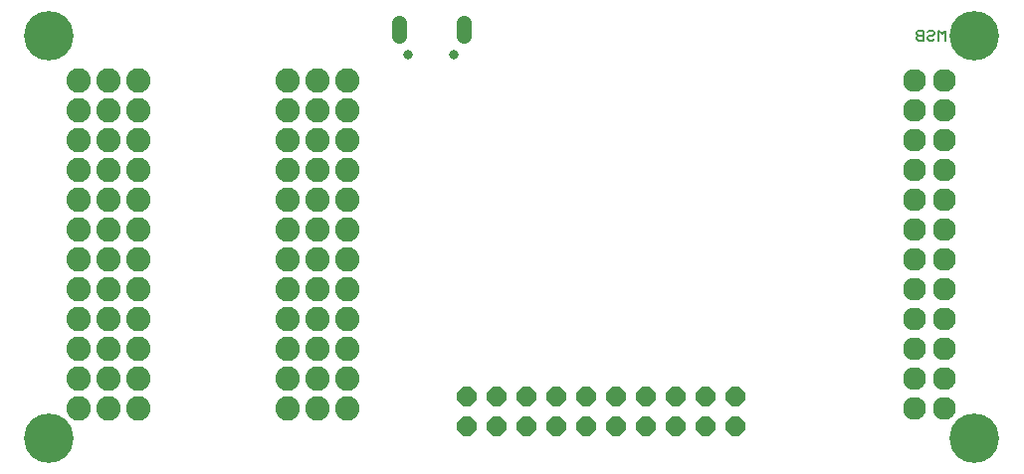
<source format=gbs>
G75*
%MOIN*%
%OFA0B0*%
%FSLAX24Y24*%
%IPPOS*%
%LPD*%
%AMOC8*
5,1,8,0,0,1.08239X$1,22.5*
%
%ADD10C,0.0060*%
%ADD11C,0.0316*%
%ADD12C,0.0513*%
%ADD13OC8,0.0640*%
%ADD14C,0.0820*%
%ADD15C,0.0770*%
%ADD16C,0.1660*%
D10*
X030207Y015520D02*
X030263Y015463D01*
X030433Y015463D01*
X030433Y015804D01*
X030263Y015804D01*
X030207Y015747D01*
X030207Y015690D01*
X030263Y015633D01*
X030433Y015633D01*
X030575Y015577D02*
X030575Y015520D01*
X030632Y015463D01*
X030745Y015463D01*
X030802Y015520D01*
X030745Y015633D02*
X030632Y015633D01*
X030575Y015577D01*
X030575Y015747D02*
X030632Y015804D01*
X030745Y015804D01*
X030802Y015747D01*
X030802Y015690D01*
X030745Y015633D01*
X030943Y015463D02*
X030943Y015804D01*
X031057Y015690D01*
X031170Y015804D01*
X031170Y015463D01*
X030263Y015633D02*
X030207Y015577D01*
X030207Y015520D01*
D11*
X014718Y015007D03*
X013182Y015007D03*
D12*
X012857Y015617D02*
X012857Y016050D01*
X015043Y016050D02*
X015043Y015617D01*
D13*
X015150Y003533D03*
X016150Y003533D03*
X017150Y003533D03*
X018150Y003533D03*
X019150Y003533D03*
X020150Y003533D03*
X021150Y003533D03*
X022150Y003533D03*
X023150Y003533D03*
X024150Y003533D03*
X024150Y002533D03*
X023150Y002533D03*
X022150Y002533D03*
X021150Y002533D03*
X020150Y002533D03*
X019150Y002533D03*
X018150Y002533D03*
X017150Y002533D03*
X016150Y002533D03*
X015150Y002533D03*
D14*
X011150Y003133D03*
X010150Y003133D03*
X009150Y003133D03*
X009150Y004133D03*
X010150Y004133D03*
X011150Y004133D03*
X011150Y005133D03*
X010150Y005133D03*
X009150Y005133D03*
X009150Y006133D03*
X010150Y006133D03*
X011150Y006133D03*
X011150Y007133D03*
X010150Y007133D03*
X009150Y007133D03*
X009150Y008133D03*
X010150Y008133D03*
X011150Y008133D03*
X011150Y009133D03*
X010150Y009133D03*
X009150Y009133D03*
X009150Y010133D03*
X010150Y010133D03*
X011150Y010133D03*
X011150Y011133D03*
X010150Y011133D03*
X009150Y011133D03*
X009150Y012133D03*
X010150Y012133D03*
X011150Y012133D03*
X011150Y013133D03*
X010150Y013133D03*
X009150Y013133D03*
X009150Y014133D03*
X010150Y014133D03*
X011150Y014133D03*
X004150Y014133D03*
X003150Y014133D03*
X002150Y014133D03*
X002150Y013133D03*
X003150Y013133D03*
X004150Y013133D03*
X004150Y012133D03*
X003150Y012133D03*
X002150Y012133D03*
X002150Y011133D03*
X003150Y011133D03*
X004150Y011133D03*
X004150Y010133D03*
X003150Y010133D03*
X002150Y010133D03*
X002150Y009133D03*
X003150Y009133D03*
X004150Y009133D03*
X004150Y008133D03*
X003150Y008133D03*
X002150Y008133D03*
X002150Y007133D03*
X003150Y007133D03*
X004150Y007133D03*
X004150Y006133D03*
X003150Y006133D03*
X002150Y006133D03*
X002150Y005133D03*
X003150Y005133D03*
X004150Y005133D03*
X004150Y004133D03*
X003150Y004133D03*
X002150Y004133D03*
X002150Y003133D03*
X003150Y003133D03*
X004150Y003133D03*
D15*
X030150Y003133D03*
X031150Y003133D03*
X031150Y004133D03*
X030150Y004133D03*
X030150Y005133D03*
X031150Y005133D03*
X031150Y006133D03*
X030150Y006133D03*
X030150Y007133D03*
X031150Y007133D03*
X031150Y008133D03*
X030150Y008133D03*
X030150Y009133D03*
X031150Y009133D03*
X031150Y010133D03*
X030150Y010133D03*
X030150Y011133D03*
X031150Y011133D03*
X031150Y012133D03*
X030150Y012133D03*
X030150Y013133D03*
X031150Y013133D03*
X031150Y014133D03*
X030150Y014133D03*
D16*
X001150Y002133D03*
X001150Y015633D03*
X032150Y015633D03*
X032150Y002133D03*
M02*

</source>
